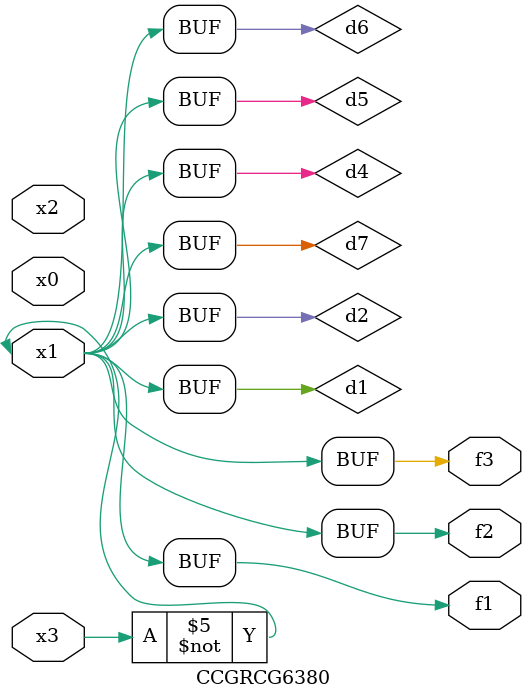
<source format=v>
module CCGRCG6380(
	input x0, x1, x2, x3,
	output f1, f2, f3
);

	wire d1, d2, d3, d4, d5, d6, d7;

	not (d1, x3);
	buf (d2, x1);
	xnor (d3, d1, d2);
	nor (d4, d1);
	buf (d5, d1, d2);
	buf (d6, d4, d5);
	nand (d7, d4);
	assign f1 = d6;
	assign f2 = d7;
	assign f3 = d6;
endmodule

</source>
